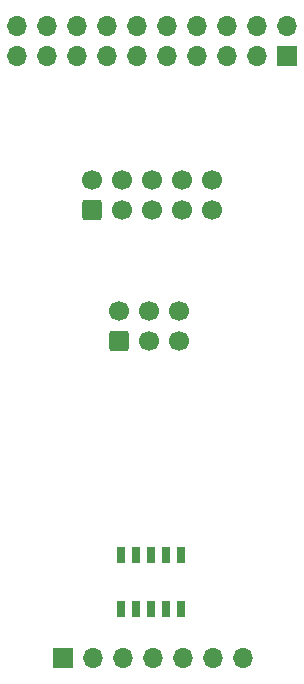
<source format=gbr>
G04 #@! TF.GenerationSoftware,KiCad,Pcbnew,5.99.0-unknown-c173ea14b~104~ubuntu20.04.1*
G04 #@! TF.CreationDate,2020-11-05T16:19:04+01:00*
G04 #@! TF.ProjectId,tc2050-arm2010,74633230-3530-42d6-9172-6d323031302e,rev?*
G04 #@! TF.SameCoordinates,Original*
G04 #@! TF.FileFunction,Soldermask,Bot*
G04 #@! TF.FilePolarity,Negative*
%FSLAX46Y46*%
G04 Gerber Fmt 4.6, Leading zero omitted, Abs format (unit mm)*
G04 Created by KiCad (PCBNEW 5.99.0-unknown-c173ea14b~104~ubuntu20.04.1) date 2020-11-05 16:19:04*
%MOMM*%
%LPD*%
G01*
G04 APERTURE LIST*
G04 Aperture macros list*
%AMRoundRect*
0 Rectangle with rounded corners*
0 $1 Rounding radius*
0 $2 $3 $4 $5 $6 $7 $8 $9 X,Y pos of 4 corners*
0 Add a 4 corners polygon primitive as box body*
4,1,4,$2,$3,$4,$5,$6,$7,$8,$9,$2,$3,0*
0 Add four circle primitives for the rounded corners*
1,1,$1+$1,$2,$3,0*
1,1,$1+$1,$4,$5,0*
1,1,$1+$1,$6,$7,0*
1,1,$1+$1,$8,$9,0*
0 Add four rect primitives between the rounded corners*
20,1,$1+$1,$2,$3,$4,$5,0*
20,1,$1+$1,$4,$5,$6,$7,0*
20,1,$1+$1,$6,$7,$8,$9,0*
20,1,$1+$1,$8,$9,$2,$3,0*%
G04 Aperture macros list end*
%ADD10R,1.700000X1.700000*%
%ADD11O,1.700000X1.700000*%
%ADD12RoundRect,0.250000X0.600000X-0.600000X0.600000X0.600000X-0.600000X0.600000X-0.600000X-0.600000X0*%
%ADD13C,1.700000*%
%ADD14R,0.660000X1.350000*%
G04 APERTURE END LIST*
D10*
X189920000Y-70590000D03*
D11*
X189920000Y-68050000D03*
X187380000Y-70590000D03*
X187380000Y-68050000D03*
X184840000Y-70590000D03*
X184840000Y-68050000D03*
X182300000Y-70590000D03*
X182300000Y-68050000D03*
X179760000Y-70590000D03*
X179760000Y-68050000D03*
X177220000Y-70590000D03*
X177220000Y-68050000D03*
X174680000Y-70590000D03*
X174680000Y-68050000D03*
X172140000Y-70590000D03*
X172140000Y-68050000D03*
X169600000Y-70590000D03*
X169600000Y-68050000D03*
X167060000Y-70590000D03*
X167060000Y-68050000D03*
D12*
X173410000Y-83640000D03*
D13*
X173410000Y-81100000D03*
X175950000Y-83640000D03*
X175950000Y-81100000D03*
X178490000Y-83640000D03*
X178490000Y-81100000D03*
X181030000Y-83640000D03*
X181030000Y-81100000D03*
X183570000Y-83640000D03*
X183570000Y-81100000D03*
D12*
X175660000Y-94740000D03*
D13*
X175660000Y-92200000D03*
X178200000Y-94740000D03*
X178200000Y-92200000D03*
X180740000Y-94740000D03*
X180740000Y-92200000D03*
D14*
X175870000Y-112840000D03*
X175870000Y-117440000D03*
X177140000Y-112840000D03*
X177140000Y-117440000D03*
X178410000Y-112840000D03*
X178410000Y-117440000D03*
X179680000Y-112840000D03*
X179680000Y-117440000D03*
X180950000Y-112840000D03*
X180950000Y-117440000D03*
D10*
X170910000Y-121540000D03*
D11*
X173450000Y-121540000D03*
X175990000Y-121540000D03*
X178530000Y-121540000D03*
X181070000Y-121540000D03*
X183610000Y-121540000D03*
X186150000Y-121540000D03*
M02*

</source>
